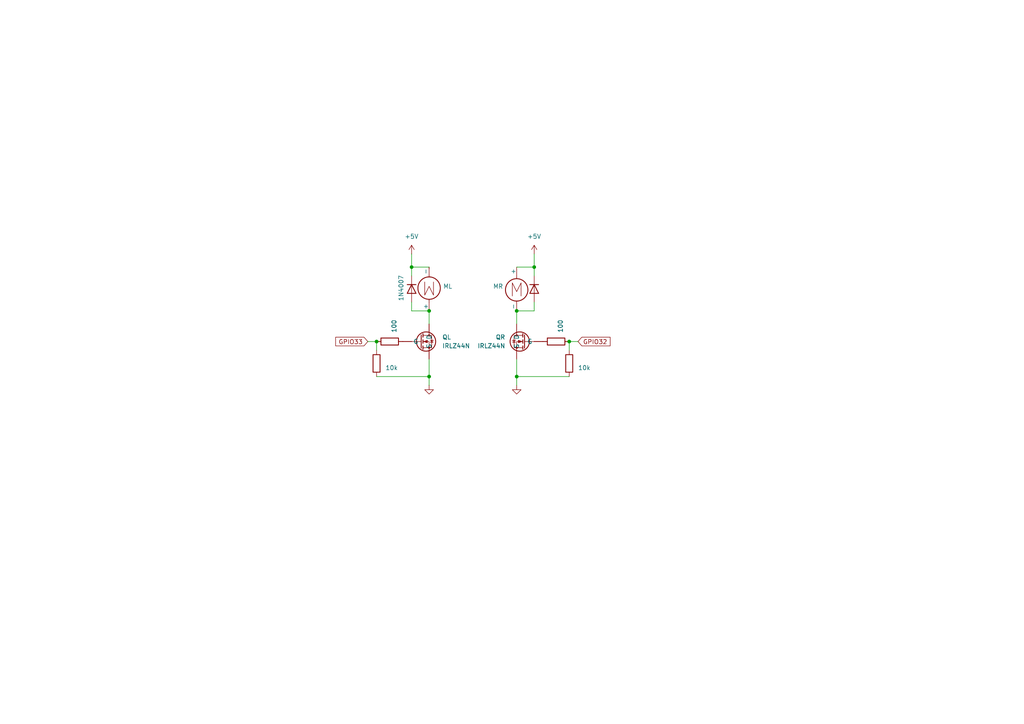
<source format=kicad_sch>
(kicad_sch (version 20250114) (generator "eeschema") (generator_version "9.0")
  (paper "A4")
  (lib_symbols
    (symbol "Device:R" (pin_numbers (hide yes)) (pin_names (offset 0))
      (property "Reference" "R" (at 2.032 0 90))
      (property "Value" "R" (at 0 0 90))
      (symbol "R_0_1"
        (rectangle (start -1.016 -2.54) (end 1.016 2.54) (stroke (width 0.254)))
      )
      (symbol "R_1_1"
        (pin passive line (at 0 3.81 270) (length 1.27) (name "~") (number "1"))
        (pin passive line (at 0 -3.81 90) (length 1.27) (name "~") (number "2"))
      )
    )
    (symbol "Diode:1N4007" (pin_numbers (hide yes)) (pin_names (hide yes))
      (property "Reference" "D" (at 0 2.54 0))
      (property "Value" "1N4007" (at 0 -2.54 0))
      (symbol "1N4007_0_1"
        (polyline (pts (xy -1.27 1.27) (xy -1.27 -1.27)) (stroke (width 0.254)))
        (polyline (pts (xy 1.27 1.27) (xy 1.27 -1.27) (xy -1.27 0) (xy 1.27 1.27)) (stroke (width 0.254)))
        (polyline (pts (xy 1.27 0) (xy -1.27 0)))
      )
      (symbol "1N4007_1_1"
        (pin passive line (at -3.81 0 0) (length 2.54) (name "K") (number "1"))
        (pin passive line (at 3.81 0 180) (length 2.54) (name "A") (number "2"))
      )
    )
    (symbol "IRLZ44N_1" (pin_numbers (hide yes))
      (property "Reference" "Q" (at 5.08 1.905 0))
      (property "Value" "IRLZ44N" (at 5.08 0 0))
      (symbol "IRLZ44N_1_0_1"
        (polyline (pts (xy 0.254 1.905) (xy 0.254 -1.905)) (stroke (width 0.254)))
        (polyline (pts (xy 0.254 0) (xy -2.54 0)))
        (polyline (pts (xy 0.762 2.286) (xy 0.762 1.27)) (stroke (width 0.254)))
        (polyline (pts (xy 0.762 0.508) (xy 0.762 -0.508)) (stroke (width 0.254)))
        (polyline (pts (xy 0.762 -1.27) (xy 0.762 -2.286)) (stroke (width 0.254)))
        (polyline (pts (xy 0.762 -1.778) (xy 3.302 -1.778) (xy 3.302 1.778) (xy 0.762 1.778)))
        (polyline (pts (xy 1.016 0) (xy 2.032 0.381) (xy 2.032 -0.381) (xy 1.016 0)) (fill (type outline)))
        (circle (center 1.651 0) (radius 2.794) (stroke (width 0.254)))
        (polyline (pts (xy 2.54 2.54) (xy 2.54 1.778)))
        (circle (center 2.54 1.778) (radius 0.254) (fill (type outline)))
        (circle (center 2.54 -1.778) (radius 0.254) (fill (type outline)))
        (polyline (pts (xy 2.54 -2.54) (xy 2.54 0) (xy 0.762 0)))
        (polyline (pts (xy 2.794 0.508) (xy 2.921 0.381) (xy 3.683 0.381) (xy 3.81 0.254)))
        (polyline (pts (xy 3.302 0.381) (xy 2.921 -0.254) (xy 3.683 -0.254) (xy 3.302 0.381)))
      )
      (symbol "IRLZ44N_1_1_1"
        (pin input line (at -5.08 0 0) (length 2.54) (name "G") (number "1"))
        (pin passive line (at 2.54 5.08 270) (length 2.54) (name "D") (number "2"))
        (pin passive line (at 2.54 -5.08 90) (length 2.54) (name "S") (number "3"))
      )
    )
    (symbol "Motor:Motor_DC" (pin_numbers (hide yes)) (pin_names (offset 0))
      (property "Reference" "M" (at 2.54 2.54 0))
      (property "Value" "Motor_DC" (at 2.54 -5.08 0))
      (symbol "Motor_DC_0_0"
        (polyline (pts (xy -1.27 -3.302) (xy -1.27 0.508) (xy 0 -2.032) (xy 1.27 0.508) (xy 1.27 -3.302)))
      )
      (symbol "Motor_DC_0_1"
        (polyline (pts (xy 0 2.032) (xy 0 2.54)))
        (polyline (pts (xy 0 1.7272) (xy 0 2.0828)))
        (circle (center 0 -1.524) (radius 3.2512) (stroke (width 0.254)))
        (polyline (pts (xy 0 -4.7752) (xy 0 -5.1816)))
        (polyline (pts (xy 0 -7.62) (xy 0 -7.112)))
      )
      (symbol "Motor_DC_1_1"
        (pin passive line (at 0 5.08 270) (length 2.54) (name "+") (number "1"))
        (pin passive line (at 0 -7.62 90) (length 2.54) (name "-") (number "2"))
      )
    )
    (symbol "Motor_DC_1" (pin_numbers (hide yes)) (pin_names (offset 0))
      (property "Reference" "M" (at 2.54 2.54 0))
      (property "Value" "Motor_DC" (at 2.54 -5.08 0))
      (symbol "Motor_DC_1_0_0"
        (polyline (pts (xy -1.27 -3.302) (xy -1.27 0.508) (xy 0 -2.032) (xy 1.27 0.508) (xy 1.27 -3.302)))
      )
      (symbol "Motor_DC_1_0_1"
        (polyline (pts (xy 0 2.032) (xy 0 2.54)))
        (polyline (pts (xy 0 1.7272) (xy 0 2.0828)))
        (circle (center 0 -1.524) (radius 3.2512) (stroke (width 0.254)))
        (polyline (pts (xy 0 -4.7752) (xy 0 -5.1816)))
        (polyline (pts (xy 0 -7.62) (xy 0 -7.112)))
      )
      (symbol "Motor_DC_1_1_1"
        (pin passive line (at 0 5.08 270) (length 2.54) (name "+") (number "1"))
        (pin passive line (at 0 -7.62 90) (length 2.54) (name "-") (number "2"))
      )
    )
    (symbol "Transistor_FET:IRLZ44N" (pin_numbers (hide yes))
      (property "Reference" "Q" (at 5.08 1.905 0))
      (property "Value" "IRLZ44N" (at 5.08 0 0))
      (symbol "IRLZ44N_0_1"
        (polyline (pts (xy 0.254 1.905) (xy 0.254 -1.905)) (stroke (width 0.254)))
        (polyline (pts (xy 0.254 0) (xy -2.54 0)))
        (polyline (pts (xy 0.762 2.286) (xy 0.762 1.27)) (stroke (width 0.254)))
        (polyline (pts (xy 0.762 0.508) (xy 0.762 -0.508)) (stroke (width 0.254)))
        (polyline (pts (xy 0.762 -1.27) (xy 0.762 -2.286)) (stroke (width 0.254)))
        (polyline (pts (xy 0.762 -1.778) (xy 3.302 -1.778) (xy 3.302 1.778) (xy 0.762 1.778)))
        (polyline (pts (xy 1.016 0) (xy 2.032 0.381) (xy 2.032 -0.381) (xy 1.016 0)) (fill (type outline)))
        (circle (center 1.651 0) (radius 2.794) (stroke (width 0.254)))
        (polyline (pts (xy 2.54 2.54) (xy 2.54 1.778)))
        (circle (center 2.54 1.778) (radius 0.254) (fill (type outline)))
        (circle (center 2.54 -1.778) (radius 0.254) (fill (type outline)))
        (polyline (pts (xy 2.54 -2.54) (xy 2.54 0) (xy 0.762 0)))
        (polyline (pts (xy 2.794 0.508) (xy 2.921 0.381) (xy 3.683 0.381) (xy 3.81 0.254)))
        (polyline (pts (xy 3.302 0.381) (xy 2.921 -0.254) (xy 3.683 -0.254) (xy 3.302 0.381)))
      )
      (symbol "IRLZ44N_1_1"
        (pin input line (at -5.08 0 0) (length 2.54) (name "G") (number "1"))
        (pin passive line (at 2.54 5.08 270) (length 2.54) (name "D") (number "2"))
        (pin passive line (at 2.54 -5.08 90) (length 2.54) (name "S") (number "3"))
      )
    )
    (symbol "power:+5V" (power) (pin_numbers (hide yes)) (pin_names (offset 0) (hide yes))
      (property "Value" "+5V" (at 0 3.556 0))
      (symbol "+5V_0_1"
        (polyline (pts (xy -0.762 1.27) (xy 0 2.54)))
        (polyline (pts (xy 0 2.54) (xy 0.762 1.27)))
        (polyline (pts (xy 0 0) (xy 0 2.54)))
      )
      (symbol "+5V_1_1"
        (pin power_in line (at 0 0 90) (length 0) (name "~") (number "1"))
      )
    )
    (symbol "power:GND" (power) (pin_numbers (hide yes)) (pin_names (offset 0) (hide yes))
      (property "Value" "GND" (at 0 -3.81 0))
      (symbol "GND_0_1"
        (polyline (pts (xy 0 0) (xy 0 -1.27) (xy 1.27 -1.27) (xy 0 -2.54) (xy -1.27 -1.27) (xy 0 -1.27)))
      )
      (symbol "GND_1_1"
        (pin power_in line (at 0 0 270) (length 0) (name "~") (number "1"))
      )
    )
  )
  (junction (at 124.46 90.17))
  (junction (at 149.86 109.22))
  (junction (at 154.94 77.47))
  (junction (at 165.1 99.06))
  (junction (at 119.38 77.47))
  (junction (at 109.22 99.06))
  (junction (at 124.46 109.22))
  (junction (at 149.86 90.17))
  (wire (pts (xy 149.86 109.22) (xy 149.86 104.14)))
  (wire (pts (xy 149.86 109.22) (xy 165.1 109.22)))
  (wire (pts (xy 124.46 109.22) (xy 124.46 104.14)))
  (wire (pts (xy 124.46 111.76) (xy 124.46 109.22)))
  (wire (pts (xy 109.22 109.22) (xy 124.46 109.22)))
  (wire (pts (xy 119.38 87.63) (xy 119.38 90.17)))
  (wire (pts (xy 149.86 111.76) (xy 149.86 109.22)))
  (wire (pts (xy 109.22 101.6) (xy 109.22 99.06)))
  (wire (pts (xy 154.94 77.47) (xy 154.94 80.01)))
  (wire (pts (xy 154.94 73.66) (xy 154.94 77.47)))
  (wire (pts (xy 167.64 99.06) (xy 165.1 99.06)))
  (wire (pts (xy 119.38 73.66) (xy 119.38 77.47)))
  (wire (pts (xy 149.86 90.17) (xy 154.94 90.17)))
  (wire (pts (xy 124.46 90.17) (xy 124.46 93.98)))
  (wire (pts (xy 165.1 101.6) (xy 165.1 99.06)))
  (wire (pts (xy 119.38 77.47) (xy 119.38 80.01)))
  (wire (pts (xy 154.94 87.63) (xy 154.94 90.17)))
  (wire (pts (xy 119.38 77.47) (xy 124.46 77.47)))
  (wire (pts (xy 106.68 99.06) (xy 109.22 99.06)))
  (wire (pts (xy 119.38 90.17) (xy 124.46 90.17)))
  (wire (pts (xy 149.86 77.47) (xy 154.94 77.47)))
  (wire (pts (xy 149.86 90.17) (xy 149.86 93.98)))
  (global_label "GPIO33" (shape input) (at 106.68 99.06 180) (property "Intersheetrefs" "${INTERSHEET_REFS}" (effects (hide yes))))
  (global_label "GPIO32" (shape input) (at 167.64 99.06 0) (property "Intersheetrefs" "${INTERSHEET_REFS}" (effects (hide yes))))
  (symbol (lib_id "power:+5V") (at 154.94 73.66 0) (unit 1)
    (property "Reference" "#PWR06" (effects (hide yes)))
    (property "Value" "+5V" (at 154.94 68.58 0))
    (property "Description" "Power symbol creates a global label with name \"+5V\"" (effects (hide yes)))
  )
  (symbol (lib_id "power:GND") (at 149.86 111.76 0) (unit 1)
    (property "Reference" "#PWR04" (effects (hide yes)))
    (property "Value" "GND" (effects (hide yes)))
    (property "Description" "Power symbol creates a global label with name \"GND\" , ground" (effects (hide yes)))
  )
  (symbol (lib_id "Diode:1N4007") (at 154.94 83.82 270) (unit 1)
    (property "Reference" "D2" (effects (hide yes)))
    (property "Value" "1N4007" (effects (hide yes)))
    (property "Footprint" "Diode_THT:D_DO-41_SOD81_P10.16mm_Horizontal" (effects (hide yes)))
    (property "Datasheet" "http://www.vishay.com/docs/88503/1n4001.pdf" (effects (hide yes)))
    (property "Description" "1000V 1A General Purpose Rectifier Diode, DO-41" (effects (hide yes)))
    (property "Sim.Device" "D" (effects (hide yes)))
    (property "Sim.Pins" "1=K 2=A" (effects (hide yes)))
  )
  (symbol (lib_id "Device:R") (at 109.22 105.41 0) (unit 1)
    (property "Reference" "R3" (effects (hide yes)))
    (property "Value" "10k" (at 111.76 106.6799 0) (effects (justify left)))
    (property "Description" "Resistor" (effects (hide yes)))
  )
  (symbol (lib_id "Motor:Motor_DC") (at 149.86 82.55 0) (unit 1)
    (property "Reference" "MR" (at 143.002 83.058 0) (effects (justify left)))
    (property "Value" "Motor_DC" (effects (hide yes)))
    (property "Description" "DC Motor" (effects (hide yes)))
  )
  (symbol (lib_id "Diode:1N4007") (at 119.38 83.82 270) (unit 1)
    (property "Reference" "D1" (effects (hide yes)))
    (property "Value" "1N4007" (at 116.332 83.566 0))
    (property "Footprint" "Diode_THT:D_DO-41_SOD81_P10.16mm_Horizontal" (effects (hide yes)))
    (property "Datasheet" "http://www.vishay.com/docs/88503/1n4001.pdf" (effects (hide yes)))
    (property "Description" "1000V 1A General Purpose Rectifier Diode, DO-41" (effects (hide yes)))
    (property "Sim.Device" "D" (effects (hide yes)))
    (property "Sim.Pins" "1=K 2=A" (effects (hide yes)))
  )
  (symbol (lib_id "power:+5V") (at 119.38 73.66 0) (unit 1)
    (property "Reference" "#PWR05" (effects (hide yes)))
    (property "Value" "+5V" (at 119.38 68.58 0))
    (property "Description" "Power symbol creates a global label with name \"+5V\"" (effects (hide yes)))
  )
  (symbol (lib_id "power:GND") (at 124.46 111.76 0) (unit 1)
    (property "Reference" "#PWR03" (effects (hide yes)))
    (property "Value" "GND" (effects (hide yes)))
    (property "Description" "Power symbol creates a global label with name \"GND\" , ground" (effects (hide yes)))
  )
  (symbol (lib_name "IRLZ44N_1") (lib_id "Transistor_FET:IRLZ44N") (at 121.92 99.06 0) (unit 1)
    (property "Reference" "QL" (at 128.27 97.7899 0) (effects (justify left)))
    (property "Value" "IRLZ44N" (at 128.27 100.3299 0) (effects (justify left)))
    (property "Footprint" "Package_TO_SOT_THT:TO-220-3_Vertical" (effects (hide yes)))
    (property "Datasheet" "http://www.irf.com/product-info/datasheets/data/irlz44n.pdf" (effects (hide yes)))
    (property "Description" "47A Id, 55V Vds, 22mOhm Rds Single N-Channel HEXFET Power MOSFET, TO-220AB" (effects (hide yes)))
  )
  (symbol (lib_name "Motor_DC_1") (lib_id "Motor:Motor_DC") (at 124.46 85.09 0) (mirror x) (unit 1)
    (property "Reference" "ML" (at 128.524 83.058 0) (effects (justify left)))
    (property "Value" "Motor_DC" (effects (hide yes)))
    (property "Description" "DC Motor" (effects (hide yes)))
  )
  (symbol (lib_id "Transistor_FET:IRLZ44N") (at 152.4 99.06 0) (mirror y) (unit 1)
    (property "Reference" "QR" (at 146.558 97.79 0) (effects (justify left)))
    (property "Value" "IRLZ44N" (at 146.558 100.3301 0) (effects (justify left)))
    (property "Footprint" "Package_TO_SOT_THT:TO-220-3_Vertical" (effects (hide yes)))
    (property "Datasheet" "http://www.irf.com/product-info/datasheets/data/irlz44n.pdf" (effects (hide yes)))
    (property "Description" "47A Id, 55V Vds, 22mOhm Rds Single N-Channel HEXFET Power MOSFET, TO-220AB" (effects (hide yes)))
  )
  (symbol (lib_id "Device:R") (at 165.1 105.41 0) (unit 1)
    (property "Reference" "R4" (effects (hide yes)))
    (property "Value" "10k" (at 167.64 106.6799 0) (effects (justify left)))
    (property "Description" "Resistor" (effects (hide yes)))
  )
  (symbol (lib_id "Device:R") (at 161.29 99.06 90) (unit 1)
    (property "Reference" "R2" (effects (hide yes)))
    (property "Value" "100" (at 162.5599 96.52 0) (effects (justify left)))
    (property "Description" "Resistor" (effects (hide yes)))
  )
  (symbol (lib_id "Device:R") (at 113.03 99.06 90) (unit 1)
    (property "Reference" "R1" (effects (hide yes)))
    (property "Value" "100" (at 114.2999 96.52 0) (effects (justify left)))
    (property "Description" "Resistor" (effects (hide yes)))
  )
)
</source>
